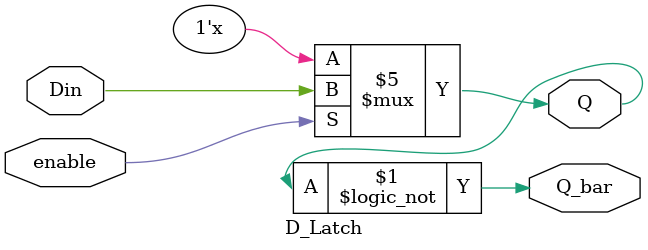
<source format=v>

module D_Latch(Din, enable , Q , Q_bar); 
input Din , enable ; 
output  reg  Q; 
output Q_bar ; 

assign Q_bar = !Q; 


always @(Din, enable)
    begin
        if(enable == 1'b1)
            Q = Din ; 
        else 
            Q = Q ;
    end 
endmodule  




</source>
